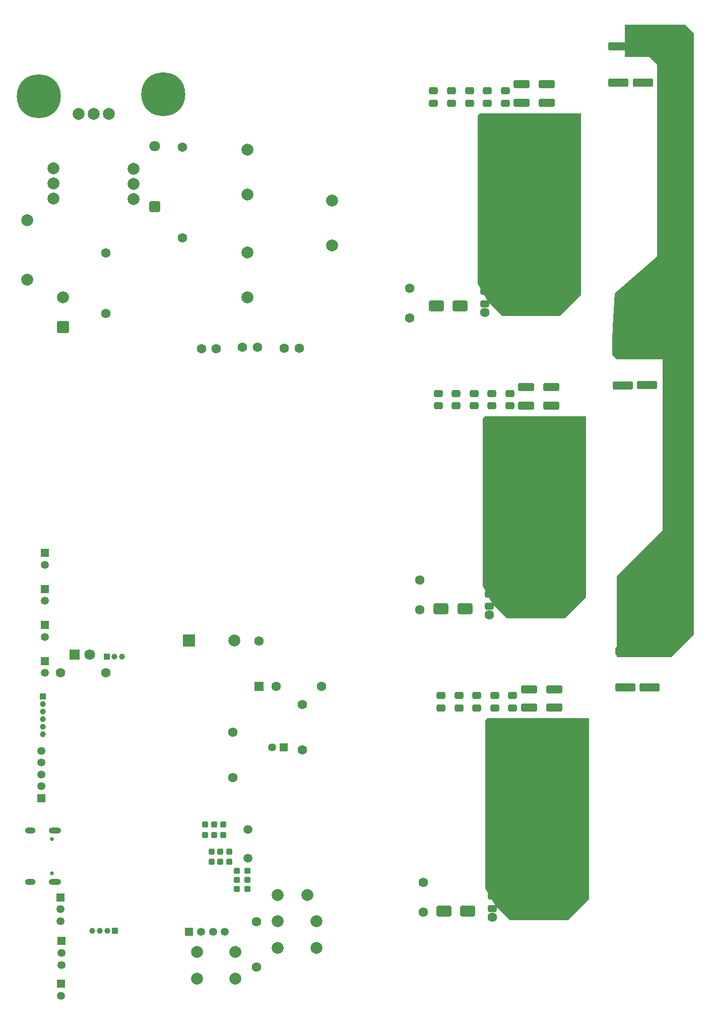
<source format=gbr>
%TF.GenerationSoftware,KiCad,Pcbnew,9.0.7*%
%TF.CreationDate,2026-01-12T17:17:52+03:00*%
%TF.ProjectId,Motor_Driver_Shell_Eco,4d6f746f-725f-4447-9269-7665725f5368,rev?*%
%TF.SameCoordinates,Original*%
%TF.FileFunction,Soldermask,Bot*%
%TF.FilePolarity,Negative*%
%FSLAX46Y46*%
G04 Gerber Fmt 4.6, Leading zero omitted, Abs format (unit mm)*
G04 Created by KiCad (PCBNEW 9.0.7) date 2026-01-12 17:17:52*
%MOMM*%
%LPD*%
G01*
G04 APERTURE LIST*
G04 Aperture macros list*
%AMRoundRect*
0 Rectangle with rounded corners*
0 $1 Rounding radius*
0 $2 $3 $4 $5 $6 $7 $8 $9 X,Y pos of 4 corners*
0 Add a 4 corners polygon primitive as box body*
4,1,4,$2,$3,$4,$5,$6,$7,$8,$9,$2,$3,0*
0 Add four circle primitives for the rounded corners*
1,1,$1+$1,$2,$3*
1,1,$1+$1,$4,$5*
1,1,$1+$1,$6,$7*
1,1,$1+$1,$8,$9*
0 Add four rect primitives between the rounded corners*
20,1,$1+$1,$2,$3,$4,$5,0*
20,1,$1+$1,$4,$5,$6,$7,0*
20,1,$1+$1,$6,$7,$8,$9,0*
20,1,$1+$1,$8,$9,$2,$3,0*%
G04 Aperture macros list end*
%ADD10C,0.000000*%
%ADD11R,1.800000X1.800000*%
%ADD12C,1.800000*%
%ADD13C,1.600000*%
%ADD14R,1.350000X1.350000*%
%ADD15C,1.350000*%
%ADD16C,2.000000*%
%ADD17R,2.000000X2.000000*%
%ADD18RoundRect,0.250000X0.650000X-0.650000X0.650000X0.650000X-0.650000X0.650000X-0.650000X-0.650000X0*%
%ADD19C,0.800000*%
%ADD20C,7.400000*%
%ADD21RoundRect,0.250000X0.750000X-0.750000X0.750000X0.750000X-0.750000X0.750000X-0.750000X-0.750000X0*%
%ADD22RoundRect,0.250000X0.550000X-0.550000X0.550000X0.550000X-0.550000X0.550000X-0.550000X-0.550000X0*%
%ADD23C,1.500000*%
%ADD24R,1.000000X1.000000*%
%ADD25C,1.000000*%
%ADD26C,0.650000*%
%ADD27O,2.100000X1.000000*%
%ADD28O,1.800000X1.000000*%
%ADD29RoundRect,0.250000X0.475000X-0.337500X0.475000X0.337500X-0.475000X0.337500X-0.475000X-0.337500X0*%
%ADD30RoundRect,0.237500X-0.237500X0.300000X-0.237500X-0.300000X0.237500X-0.300000X0.237500X0.300000X0*%
%ADD31RoundRect,0.250000X1.100000X-0.412500X1.100000X0.412500X-1.100000X0.412500X-1.100000X-0.412500X0*%
%ADD32RoundRect,0.250000X1.000000X0.650000X-1.000000X0.650000X-1.000000X-0.650000X1.000000X-0.650000X0*%
%ADD33RoundRect,0.249999X-1.425001X0.450001X-1.425001X-0.450001X1.425001X-0.450001X1.425001X0.450001X0*%
%ADD34RoundRect,0.237500X-0.300000X-0.237500X0.300000X-0.237500X0.300000X0.237500X-0.300000X0.237500X0*%
%ADD35RoundRect,0.237500X0.237500X-0.300000X0.237500X0.300000X-0.237500X0.300000X-0.237500X-0.300000X0*%
%ADD36RoundRect,0.249999X1.425001X-0.450001X1.425001X0.450001X-1.425001X0.450001X-1.425001X-0.450001X0*%
G04 APERTURE END LIST*
D10*
G36*
X205015000Y-22115000D02*
G01*
X205015000Y-123115000D01*
X201215000Y-126915000D01*
X192065000Y-126915000D01*
X192065000Y-113265000D01*
X199690000Y-105640000D01*
X199690000Y-76890000D01*
X192015000Y-76890000D01*
X191265000Y-76140000D01*
X191265000Y-73840000D01*
X191340000Y-71415000D01*
X191665000Y-65790000D01*
X198840000Y-59653697D01*
X198840000Y-27415000D01*
X197490000Y-26065000D01*
X193415000Y-26065000D01*
X193415000Y-20640000D01*
X203540000Y-20640000D01*
X205015000Y-22115000D01*
G37*
G36*
X186050000Y-66050000D02*
G01*
X182510000Y-69590000D01*
X172790000Y-69590000D01*
X170325036Y-67125036D01*
X168650000Y-64187663D01*
X168650000Y-35950000D01*
X169000000Y-35600000D01*
X186050000Y-35600000D01*
X186050000Y-66050000D01*
G37*
G36*
X186865000Y-116885000D02*
G01*
X183325000Y-120425000D01*
X173605000Y-120425000D01*
X171140036Y-117960036D01*
X169465000Y-115022663D01*
X169465000Y-86785000D01*
X169815000Y-86435000D01*
X186865000Y-86435000D01*
X186865000Y-116885000D01*
G37*
G36*
X187362288Y-167620000D02*
G01*
X183822288Y-171160000D01*
X174102288Y-171160000D01*
X171637324Y-168695036D01*
X169962288Y-165757663D01*
X169962288Y-137520000D01*
X170312288Y-137170000D01*
X187362288Y-137170000D01*
X187362288Y-167620000D01*
G37*
D11*
%TO.C,D3*%
X100955000Y-126525000D03*
D12*
X103495000Y-126525000D03*
%TD*%
D13*
%TO.C,C6*%
X122225000Y-75150000D03*
X124725000Y-75150000D03*
%TD*%
%TO.C,C39*%
X170625000Y-119862500D03*
X170625000Y-114862500D03*
%TD*%
D14*
%TO.C,J7*%
X95925000Y-109425000D03*
D15*
X95925000Y-111425000D03*
%TD*%
D13*
%TO.C,C40*%
X169850000Y-68987500D03*
X169850000Y-63987500D03*
%TD*%
D14*
%TO.C,J4*%
X136075000Y-142050000D03*
D15*
X134075000Y-142050000D03*
%TD*%
D16*
%TO.C,S1*%
X97400000Y-44845000D03*
X97400000Y-47385000D03*
X97400000Y-49925000D03*
X110862000Y-49975800D03*
X110862000Y-47435800D03*
X110862000Y-44895800D03*
X106702800Y-35701000D03*
X104162800Y-35701000D03*
X101622800Y-35701000D03*
%TD*%
D13*
%TO.C,R12*%
X106150000Y-129575000D03*
X98530000Y-129575000D03*
%TD*%
%TO.C,C88*%
X158900000Y-118975000D03*
X158900000Y-113975000D03*
%TD*%
D16*
%TO.C,C8*%
X93000000Y-63500000D03*
X93000000Y-53500000D03*
%TD*%
D13*
%TO.C,C90*%
X157225000Y-69975000D03*
X157225000Y-64975000D03*
%TD*%
D14*
%TO.C,J9*%
X98575000Y-167300000D03*
D15*
X98575000Y-169300000D03*
X98575000Y-171300000D03*
%TD*%
D13*
%TO.C,C4*%
X129125000Y-74850000D03*
X131625000Y-74850000D03*
%TD*%
D17*
%TO.C,BZ1*%
X120175000Y-124175000D03*
D16*
X127775000Y-124175000D03*
%TD*%
D18*
%TO.C,D1*%
X114350000Y-51255000D03*
D12*
X114350000Y-41095000D03*
%TD*%
D16*
%TO.C,C28*%
X140067500Y-166910000D03*
X135067500Y-166910000D03*
%TD*%
%TO.C,C1*%
X144175000Y-57725000D03*
X144175000Y-50225000D03*
%TD*%
D19*
%TO.C,H1*%
X92162779Y-32675000D03*
X92975558Y-30712779D03*
X92975558Y-34637221D03*
X94937779Y-29900000D03*
D20*
X94937779Y-32675000D03*
D19*
X94937779Y-35450000D03*
X96900000Y-30712779D03*
X96900000Y-34637221D03*
X97712779Y-32675000D03*
%TD*%
D14*
%TO.C,J10*%
X95925000Y-115475000D03*
D15*
X95925000Y-117475000D03*
%TD*%
D21*
%TO.C,C7*%
X98975000Y-71500000D03*
D16*
X98975000Y-66500000D03*
%TD*%
D22*
%TO.C,D2*%
X131900000Y-131872500D03*
D13*
X131900000Y-124252500D03*
%TD*%
D16*
%TO.C,SW1*%
X141567500Y-175810000D03*
X135067500Y-175810000D03*
X141567500Y-171310000D03*
X135067500Y-171310000D03*
%TD*%
D14*
%TO.C,J8*%
X98725000Y-174625000D03*
D15*
X98725000Y-176625000D03*
X98725000Y-178625000D03*
%TD*%
D23*
%TO.C,Y1*%
X130025000Y-160750000D03*
X130025000Y-155850000D03*
%TD*%
D13*
%TO.C,C5*%
X136150000Y-75025000D03*
X138650000Y-75025000D03*
%TD*%
D19*
%TO.C,H7*%
X181187779Y-67462779D03*
X179225558Y-66650000D03*
X183150000Y-66650000D03*
X178412779Y-64687779D03*
D20*
X181187779Y-64687779D03*
D19*
X183962779Y-64687779D03*
X179225558Y-62725558D03*
X183150000Y-62725558D03*
X181187779Y-61912779D03*
%TD*%
%TO.C,H2*%
X113075000Y-32375000D03*
X113887779Y-30412779D03*
X113887779Y-34337221D03*
X115850000Y-29600000D03*
D20*
X115850000Y-32375000D03*
D19*
X115850000Y-35150000D03*
X117812221Y-30412779D03*
X117812221Y-34337221D03*
X118625000Y-32375000D03*
%TD*%
D13*
%TO.C,C89*%
X159525000Y-169750000D03*
X159525000Y-164750000D03*
%TD*%
%TO.C,R1*%
X119000000Y-56520000D03*
X119000000Y-41280000D03*
%TD*%
D16*
%TO.C,SW2*%
X127967500Y-180960000D03*
X121467500Y-180960000D03*
X127967500Y-176460000D03*
X121467500Y-176460000D03*
%TD*%
D24*
%TO.C,JP1*%
X106360000Y-126825000D03*
D25*
X107630000Y-126825000D03*
X108900000Y-126825000D03*
%TD*%
D13*
%TO.C,R20*%
X134790000Y-131872500D03*
X142410000Y-131872500D03*
%TD*%
D19*
%TO.C,H4*%
X181962779Y-118337779D03*
X180000558Y-117525000D03*
X183925000Y-117525000D03*
X179187779Y-115562779D03*
D20*
X181962779Y-115562779D03*
D19*
X184737779Y-115562779D03*
X180000558Y-113600558D03*
X183925000Y-113600558D03*
X181962779Y-112787779D03*
%TD*%
D14*
%TO.C,J2*%
X95325000Y-150650000D03*
D15*
X95325000Y-148650000D03*
X95325000Y-146650000D03*
X95325000Y-144650000D03*
X95325000Y-142650000D03*
%TD*%
D16*
%TO.C,C2*%
X129925000Y-49200000D03*
X129925000Y-41700000D03*
%TD*%
D13*
%TO.C,R2*%
X106150000Y-59045000D03*
X106150000Y-69205000D03*
%TD*%
D14*
%TO.C,J12*%
X95925000Y-121525000D03*
D15*
X95925000Y-123525000D03*
%TD*%
D14*
%TO.C,J13*%
X95925000Y-127575000D03*
D15*
X95925000Y-129575000D03*
%TD*%
D14*
%TO.C,J3*%
X98675000Y-181800000D03*
D15*
X98675000Y-183800000D03*
%TD*%
D24*
%TO.C,J6*%
X95550000Y-133510000D03*
D25*
X95550000Y-134780000D03*
X95550000Y-136050000D03*
X95550000Y-137320000D03*
X95550000Y-138590000D03*
X95550000Y-139860000D03*
%TD*%
D16*
%TO.C,C3*%
X130000000Y-66475000D03*
X130000000Y-58975000D03*
%TD*%
D13*
%TO.C,R7*%
X131517500Y-171360000D03*
X131517500Y-178980000D03*
%TD*%
D19*
%TO.C,H6*%
X182437779Y-169087779D03*
X180475558Y-168275000D03*
X184400000Y-168275000D03*
X179662779Y-166312779D03*
D20*
X182437779Y-166312779D03*
D19*
X185212779Y-166312779D03*
X180475558Y-164350558D03*
X184400000Y-164350558D03*
X182437779Y-163537779D03*
%TD*%
D13*
%TO.C,R11*%
X139175000Y-134865000D03*
X139175000Y-142485000D03*
%TD*%
%TO.C,R50*%
X127525000Y-139550000D03*
X127525000Y-147170000D03*
%TD*%
D26*
%TO.C,J11*%
X97140000Y-157460000D03*
X97140000Y-163240000D03*
D27*
X97640000Y-156030000D03*
D28*
X93460000Y-156030000D03*
D27*
X97640000Y-164670000D03*
D28*
X93460000Y-164670000D03*
%TD*%
D24*
%TO.C,J5*%
X107695000Y-172950000D03*
D25*
X106425000Y-172950000D03*
X105155000Y-172950000D03*
X103885000Y-172950000D03*
%TD*%
D13*
%TO.C,C57*%
X171100000Y-170612500D03*
X171100000Y-165612500D03*
%TD*%
D29*
%TO.C,C65*%
X168510000Y-135475000D03*
X168510000Y-133400000D03*
%TD*%
%TO.C,C66*%
X165500000Y-135475000D03*
X165500000Y-133400000D03*
%TD*%
%TO.C,C78*%
X170270000Y-33850000D03*
X170270000Y-31775000D03*
%TD*%
D30*
%TO.C,C47*%
X124355000Y-155070000D03*
X124355000Y-156795000D03*
%TD*%
D31*
%TO.C,C62*%
X177280000Y-135437500D03*
X177280000Y-132312500D03*
%TD*%
D32*
%TO.C,D4*%
X166500000Y-118825000D03*
X162500000Y-118825000D03*
%TD*%
D33*
%TO.C,R70*%
X197075000Y-75150000D03*
X197075000Y-81250000D03*
%TD*%
D29*
%TO.C,C81*%
X161240000Y-33850000D03*
X161240000Y-31775000D03*
%TD*%
D31*
%TO.C,C76*%
X176030000Y-33812500D03*
X176030000Y-30687500D03*
%TD*%
D29*
%TO.C,C58*%
X170625000Y-118400000D03*
X170625000Y-116325000D03*
%TD*%
%TO.C,C80*%
X164250000Y-33850000D03*
X164250000Y-31775000D03*
%TD*%
%TO.C,C79*%
X167260000Y-33850000D03*
X167260000Y-31775000D03*
%TD*%
D30*
%TO.C,C24*%
X125875000Y-155075000D03*
X125875000Y-156800000D03*
%TD*%
D33*
%TO.C,R61*%
X192250000Y-24300000D03*
X192250000Y-30400000D03*
%TD*%
D31*
%TO.C,C61*%
X181530000Y-135437500D03*
X181530000Y-132312500D03*
%TD*%
D29*
%TO.C,C70*%
X174055000Y-84725000D03*
X174055000Y-82650000D03*
%TD*%
%TO.C,C59*%
X169850000Y-67575000D03*
X169850000Y-65500000D03*
%TD*%
%TO.C,C63*%
X174530000Y-135475000D03*
X174530000Y-133400000D03*
%TD*%
D34*
%TO.C,C19*%
X128217500Y-164360000D03*
X129942500Y-164360000D03*
%TD*%
D29*
%TO.C,C60*%
X171100000Y-169150000D03*
X171100000Y-167075000D03*
%TD*%
%TO.C,C73*%
X165025000Y-84725000D03*
X165025000Y-82650000D03*
%TD*%
D31*
%TO.C,C69*%
X176805000Y-84687500D03*
X176805000Y-81562500D03*
%TD*%
D29*
%TO.C,C74*%
X162015000Y-84725000D03*
X162015000Y-82650000D03*
%TD*%
%TO.C,C72*%
X168035000Y-84725000D03*
X168035000Y-82650000D03*
%TD*%
D33*
%TO.C,R66*%
X193500000Y-125925000D03*
X193500000Y-132025000D03*
%TD*%
D35*
%TO.C,C22*%
X125425000Y-161325000D03*
X125425000Y-159600000D03*
%TD*%
D34*
%TO.C,C18*%
X128217500Y-165860000D03*
X129942500Y-165860000D03*
%TD*%
D35*
%TO.C,C21*%
X126925000Y-161325000D03*
X126925000Y-159600000D03*
%TD*%
D32*
%TO.C,D7*%
X166975000Y-169575000D03*
X162975000Y-169575000D03*
%TD*%
D29*
%TO.C,C64*%
X171520000Y-135475000D03*
X171520000Y-133400000D03*
%TD*%
D30*
%TO.C,C46*%
X122885000Y-155070000D03*
X122885000Y-156795000D03*
%TD*%
D31*
%TO.C,C68*%
X181055000Y-84687500D03*
X181055000Y-81562500D03*
%TD*%
%TO.C,C75*%
X180280000Y-33812500D03*
X180280000Y-30687500D03*
%TD*%
D36*
%TO.C,R71*%
X197500000Y-132025000D03*
X197500000Y-125925000D03*
%TD*%
D33*
%TO.C,R38*%
X193025000Y-75175000D03*
X193025000Y-81275000D03*
%TD*%
D29*
%TO.C,C67*%
X162490000Y-135475000D03*
X162490000Y-133400000D03*
%TD*%
%TO.C,C71*%
X171045000Y-84725000D03*
X171045000Y-82650000D03*
%TD*%
%TO.C,C77*%
X173280000Y-33850000D03*
X173280000Y-31775000D03*
%TD*%
D14*
%TO.C,J1*%
X120167500Y-173110000D03*
D15*
X122167500Y-173110000D03*
X124167500Y-173110000D03*
X126167500Y-173110000D03*
%TD*%
D33*
%TO.C,R72*%
X196400000Y-24300000D03*
X196400000Y-30400000D03*
%TD*%
D34*
%TO.C,C20*%
X128217500Y-162860000D03*
X129942500Y-162860000D03*
%TD*%
D32*
%TO.C,D5*%
X165725000Y-67950000D03*
X161725000Y-67950000D03*
%TD*%
D35*
%TO.C,C23*%
X123925000Y-161325000D03*
X123925000Y-159600000D03*
%TD*%
M02*

</source>
